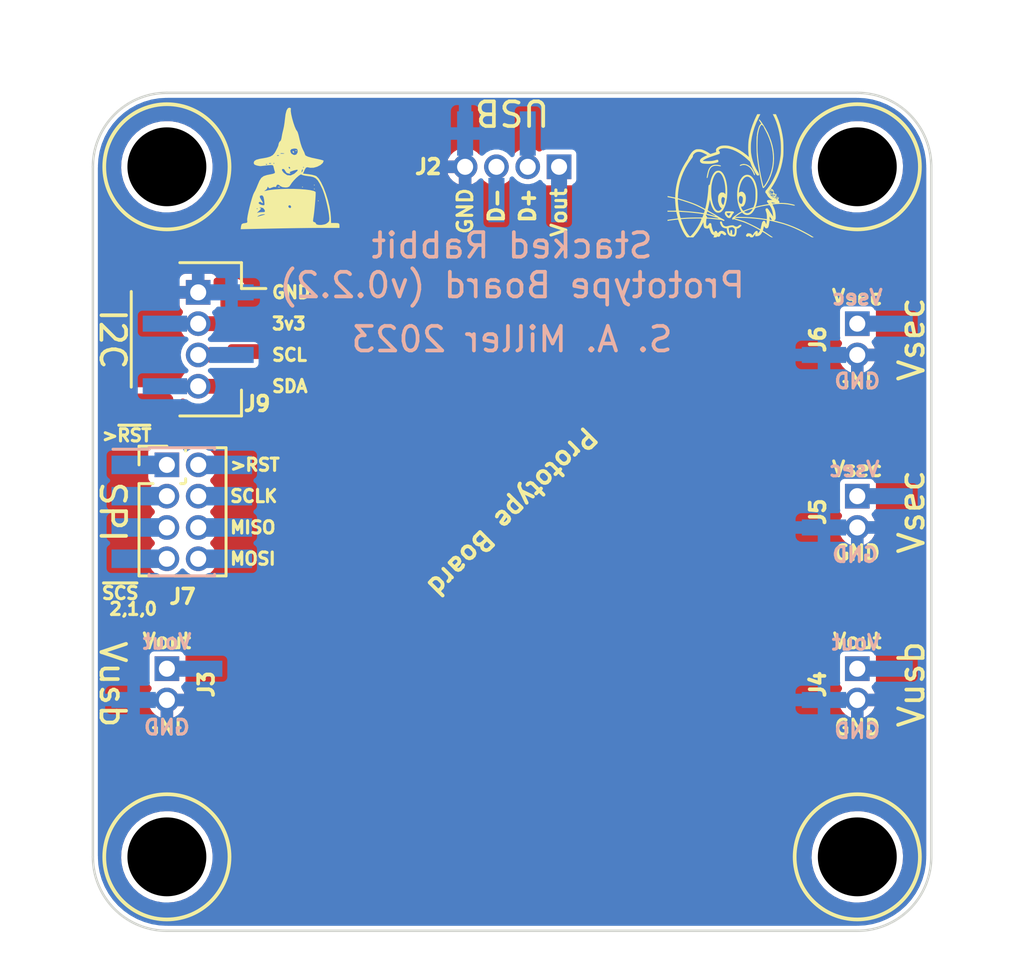
<source format=kicad_pcb>
(kicad_pcb (version 20211014) (generator pcbnew)
  (title_block (title "Prototype Board") (rev "0.2.2") (company "The Nerd Mage"))
  (layers (0 "F.Cu" signal) (31 "B.Cu" signal) (34 "B.Paste" user) (35 "F.Paste" user) (36 "B.SilkS" user "B.Silkscreen") (37 "F.SilkS" user "F.Silkscreen") (38 "B.Mask" user) (39 "F.Mask" user) (44 "Edge.Cuts" user))
  (net 0 "")
  (net 1 "UD+")
  (net 2 "UD-")
  (net 3 "GND")
  (net 4 "Vout")
  (net 9 "SDA")
  (net 10 "SCL")
  (net 11 "RESET")
  (net 12 "~{RESET}")
  (net 13 "~{SCS}2")
  (net 14 "SCLK")
  (net 15 "~{SCS}1")
  (net 16 "MISO")
  (net 17 "Vcc?")
  (net 18 "~{SCS}0")
  (net 19 "MOSI")
  (footprint "Tinker:Mount" (layer "F.Cu") (at 114 114)
    (fp_text reference "REF**" hide)
    (fp_text value "Mount" hide)
    (pad "" np_thru_hole circle (at 0 0) (size 3.2 3.2) (drill 3.2) (layers *.Mask))
  )
  (footprint "Tinker:QWIIC_Stack_II" (layer "F.Cu") (at 87.27 93 -90)
    (fp_text reference "J9" (at 2.61321 -2.390416 180) (layer "F.SilkS") (effects (font (size 0.6 0.6))))
    (fp_text value "QWIIC_Stackable")
    (pad "1" smd rect (at -1.905 -1.35) (size 1.8 0.65) (layers "B.Cu" "B.Paste" "B.Mask") (net 3 "GND"))
    (pad "1" smd roundrect (at -1.5 -1.97 270) (size 0.6 1.55) (layers "F.Cu" "F.Paste" "F.Mask") (net 3 "GND"))
    (pad "1" thru_hole rect (at -1.905 0) (size 1 1) (drill 0.65) (layers *.Cu *.Mask) (net 3 "GND"))
    (pad "1" smd roundrect (at -1.905 -0.877656 270) (size 0.6 1.55) (layers "F.Cu" "F.Paste" "F.Mask") (net 3 "GND"))
    (pad "2" smd roundrect (at -0.5 -1.97 270) (size 0.6 1.55) (layers "F.Cu" "F.Paste" "F.Mask") (net 17 "Vcc?"))
    (pad "2" smd rect (at -0.635 1.35) (size 1.8 0.65) (layers "B.Cu" "B.Paste" "B.Mask") (net 17 "Vcc?"))
    (pad "2" thru_hole oval (at -0.635 0) (size 1 1) (drill 0.65) (layers *.Cu *.Mask) (net 17 "Vcc?"))
    (pad "2" smd roundrect (at -0.635 -0.877656 270) (size 0.6 1.55) (layers "F.Cu" "F.Paste" "F.Mask") (net 17 "Vcc?"))
    (pad "3" smd rect (at 0.635 -1.35) (size 1.8 0.65) (layers "B.Cu" "B.Paste" "B.Mask") (net 9 "SDA"))
    (pad "3" smd roundrect (at 0.5 -1.97 270) (size 0.6 1.55) (layers "F.Cu" "F.Paste" "F.Mask") (net 9 "SDA"))
    (pad "3" thru_hole oval (at 0.635 0) (size 1 1) (drill 0.65) (layers *.Cu *.Mask) (net 9 "SDA"))
    (pad "3" smd roundrect (at 0.635 -0.877656 270) (size 0.6 1.55) (layers "F.Cu" "F.Paste" "F.Mask") (net 9 "SDA"))
    (pad "4" smd rect (at 1.905 1.35) (size 1.8 0.65) (layers "B.Cu" "B.Paste" "B.Mask") (net 10 "SCL"))
    (pad "4" thru_hole oval (at 1.905 0) (size 1 1) (drill 0.65) (layers *.Cu *.Mask) (net 10 "SCL"))
    (pad "4" smd roundrect (at 1.5 -1.97 270) (size 0.6 1.55) (layers "F.Cu" "F.Paste" "F.Mask") (net 10 "SCL"))
    (pad "4" smd roundrect (at 1.905 -0.877656 270) (size 0.6 1.55) (layers "F.Cu" "F.Paste" "F.Mask") (net 10 "SCL"))
    (pad "MP" smd roundrect (at -2.8 1.905 270) (size 1.2 1.8) (layers "F.Cu" "F.Paste" "F.Mask") (roundrect_rratio 0.208333) (net 3 "GND"))
    (pad "MP" smd roundrect (at 2.8 1.905 270) (size 1.2 1.8) (layers "F.Cu" "F.Paste" "F.Mask") (roundrect_rratio 0.208333) (net 3 "GND"))
  )
  (footprint "Tinker:PinHeader_2x04_P1.27mm_Vertical" (layer "F.Cu") (at 86 98.095)
    (fp_text reference "J7" (at 0.635 5.345 180) (layer "F.SilkS") (effects (font (size 0.6 0.6))))
    (fp_text value "Conn_01x08_Male" hide)
    (pad "1" smd rect (at -1.195 0) (size 2.1 0.75) (layers "B.Cu" "B.Paste" "B.Mask") (net 12 "~{RESET}"))
    (pad "1" thru_hole rect (at 0 0) (size 1 1) (drill 0.65) (layers *.Cu *.Mask) (net 12 "~{RESET}"))
    (pad "2" smd rect (at 2.405 0) (size 2.1 0.75) (layers "B.Cu" "B.Paste" "B.Mask") (net 11 "RESET"))
    (pad "2" thru_hole oval (at 1.27 0) (size 1 1) (drill 0.65) (layers *.Cu *.Mask) (net 11 "RESET"))
    (pad "3" smd rect (at -1.195 1.27) (size 2.1 0.75) (layers "B.Cu" "B.Paste" "B.Mask") (net 13 "~{SCS}2"))
    (pad "3" thru_hole oval (at 0 1.27) (size 1 1) (drill 0.65) (layers *.Cu *.Mask) (net 13 "~{SCS}2"))
    (pad "4" thru_hole oval (at 1.27 1.27) (size 1 1) (drill 0.65) (layers *.Cu *.Mask) (net 14 "SCLK"))
    (pad "4" smd rect (at 2.405 1.27) (size 2.1 0.75) (layers "B.Cu" "B.Paste" "B.Mask") (net 14 "SCLK"))
    (pad "5" thru_hole oval (at 0 2.54) (size 1 1) (drill 0.65) (layers *.Cu *.Mask) (net 15 "~{SCS}1"))
    (pad "5" smd rect (at -1.195 2.54) (size 2.1 0.75) (layers "B.Cu" "B.Paste" "B.Mask") (net 15 "~{SCS}1"))
    (pad "6" smd rect (at 2.405 2.54) (size 2.1 0.75) (layers "B.Cu" "B.Paste" "B.Mask") (net 16 "MISO"))
    (pad "6" thru_hole oval (at 1.27 2.54) (size 1 1) (drill 0.65) (layers *.Cu *.Mask) (net 16 "MISO"))
    (pad "7" smd rect (at -1.195 3.81) (size 2.1 0.75) (layers "B.Cu" "B.Paste" "B.Mask") (net 18 "~{SCS}0"))
    (pad "7" thru_hole oval (at 0 3.81) (size 1 1) (drill 0.65) (layers *.Cu *.Mask) (net 18 "~{SCS}0"))
    (pad "8" thru_hole oval (at 1.27 3.81) (size 1 1) (drill 0.65) (layers *.Cu *.Mask) (net 19 "MOSI"))
    (pad "8" smd rect (at 2.405 3.81) (size 2.1 0.75) (layers "B.Cu" "B.Paste" "B.Mask") (net 19 "MOSI"))
  )
  (footprint "Tinker:Mount" (layer "F.Cu") (at 86 114)
    (fp_text reference "REF**" hide)
    (fp_text value "Mount" hide)
    (pad "" np_thru_hole circle (at 0 0) (size 3.2 3.2) (drill 3.2) (layers *.Mask))
  )
  (footprint "Tinker:DagNabbit" (layer "F.Cu") (at 109 87)
    (fp_text reference "REF**" hide)
    (fp_text value "DagNabbit" hide)
  )
  (footprint "Tinker:Board_Stacker_2" (layer "F.Cu") (at 114 106.365)
    (fp_text reference "J4" (at -1.6 0.635 90) (layer "F.SilkS") (effects (font (size 0.6 0.6))))
    (fp_text value "Conn_01x02_Male")
    (pad "1" thru_hole rect (at 0 0) (size 1 1) (drill 0.65) (layers *.Cu *.Mask))
    (pad "1" smd rect (at 1.35 0) (size 1.8 0.65) (layers "B.Cu" "B.Paste" "B.Mask"))
    (pad "2" thru_hole oval (at 0 1.27) (size 1 1) (drill 0.65) (layers *.Cu *.Mask) (net 3 "GND"))
    (pad "2" smd rect (at -1.35 1.27) (size 1.8 0.65) (layers "B.Cu" "B.Paste" "B.Mask") (net 3 "GND"))
  )
  (footprint "Tinker:Mount" (layer "F.Cu") (at 114 86)
    (fp_text reference "REF**" hide)
    (fp_text value "Mount" hide)
    (pad "" np_thru_hole circle (at 0 0) (size 3.2 3.2) (drill 3.2) (layers *.Mask))
  )
  (footprint "Tinker:Board_Stacker_4" (layer "F.Cu") (at 101.905 86 -90)
    (fp_text reference "J2" (at 0 5.305) (layer "F.SilkS") (effects (font (size 0.6 0.6))))
    (fp_text value "Conn_01x04_Male")
    (pad "1" smd rect (at 1.35 0 270) (size 1.8 0.65) (layers "B.Cu" "B.Paste" "B.Mask") (net 4 "Vout"))
    (pad "1" thru_hole rect (at 0 0 270) (size 1 1) (drill 0.65) (layers *.Cu *.Mask) (net 4 "Vout"))
    (pad "2" thru_hole oval (at 0 1.27 270) (size 1 1) (drill 0.65) (layers *.Cu *.Mask) (net 1 "UD+"))
    (pad "2" smd rect (at -1.35 1.27 270) (size 1.8 0.65) (layers "B.Cu" "B.Paste" "B.Mask") (net 1 "UD+"))
    (pad "3" thru_hole oval (at 0 2.54 270) (size 1 1) (drill 0.65) (layers *.Cu *.Mask) (net 2 "UD-"))
    (pad "3" smd rect (at 1.35 2.54 270) (size 1.8 0.65) (layers "B.Cu" "B.Paste" "B.Mask") (net 2 "UD-"))
    (pad "4" thru_hole oval (at 0 3.81 270) (size 1 1) (drill 0.65) (layers *.Cu *.Mask) (net 3 "GND"))
    (pad "4" smd rect (at -1.35 3.81 270) (size 1.8 0.65) (layers "B.Cu" "B.Paste" "B.Mask") (net 3 "GND"))
  )
  (footprint "Tinker:Board_Stacker_2" (layer "F.Cu") (at 86 106.365)
    (fp_text reference "J3" (at 1.6 0.635 90) (layer "F.SilkS") (effects (font (size 0.6 0.6))))
    (fp_text value "Conn_01x02_Male")
    (pad "1" smd rect (at 1.35 0) (size 1.8 0.65) (layers "B.Cu" "B.Paste" "B.Mask"))
    (pad "1" thru_hole rect (at 0 0) (size 1 1) (drill 0.65) (layers *.Cu *.Mask))
    (pad "2" smd rect (at -1.35 1.27) (size 1.8 0.65) (layers "B.Cu" "B.Paste" "B.Mask") (net 3 "GND"))
    (pad "2" thru_hole oval (at 0 1.27) (size 1 1) (drill 0.65) (layers *.Cu *.Mask) (net 3 "GND"))
  )
  (footprint "Tinker:Board_Stacker_2" (layer "F.Cu") (at 114 92.365)
    (fp_text reference "J6" (at -1.6 0.635 90) (layer "F.SilkS") (effects (font (size 0.6 0.6))))
    (fp_text value "Conn_01x02_Male")
    (pad "1" thru_hole rect (at 0 0) (size 1 1) (drill 0.65) (layers *.Cu *.Mask))
    (pad "1" smd rect (at 1.35 0) (size 1.8 0.65) (layers "B.Cu" "B.Paste" "B.Mask"))
    (pad "2" smd rect (at -1.35 1.27) (size 1.8 0.65) (layers "B.Cu" "B.Paste" "B.Mask") (net 3 "GND"))
    (pad "2" thru_hole oval (at 0 1.27) (size 1 1) (drill 0.65) (layers *.Cu *.Mask) (net 3 "GND"))
  )
  (footprint "Tinker:Board_Stacker_2" (layer "F.Cu") (at 114 99.365)
    (fp_text reference "J5" (at -1.6 0.635 90) (layer "F.SilkS") (effects (font (size 0.6 0.6))))
    (fp_text value "Conn_01x02_Male")
    (pad "1" smd rect (at 1.35 0) (size 1.8 0.65) (layers "B.Cu" "B.Paste" "B.Mask"))
    (pad "1" thru_hole rect (at 0 0) (size 1 1) (drill 0.65) (layers *.Cu *.Mask))
    (pad "2" thru_hole oval (at 0 1.27) (size 1 1) (drill 0.65) (layers *.Cu *.Mask) (net 3 "GND"))
    (pad "2" smd rect (at -1.35 1.27) (size 1.8 0.65) (layers "B.Cu" "B.Paste" "B.Mask") (net 3 "GND"))
  )
  (footprint "Tinker:Mount" (layer "F.Cu") (at 86 86)
    (fp_text reference "REF**" hide)
    (fp_text value "Mount" hide)
    (pad "" np_thru_hole circle (at 0 0) (size 3.2 3.2) (drill 3.2) (layers *.Mask))
  )
  (footprint "Tinker:NerdMage" (layer "F.Cu") (at 91 86)
    (fp_text reference "G***" hide)
    (fp_text value "LOGO" hide)
  )
  (gr_line (start 117 86) (end 117 114) (layer "Edge.Cuts") (width 0.1))
  (gr_arc (start 86 117) (mid 83.87868 116.12132) (end 83 114) (layer "Edge.Cuts") (width 0.1))
  (gr_arc (start 83 86) (mid 83.87868 83.87868) (end 86 83) (layer "Edge.Cuts") (width 0.1))
  (gr_line (start 86 83) (end 114 83) (layer "Edge.Cuts") (width 0.1))
  (gr_line (start 83 114) (end 83 86) (layer "Edge.Cuts") (width 0.1))
  (gr_arc (start 114 83) (mid 116.12132 83.87868) (end 117 86) (layer "Edge.Cuts") (width 0.1))
  (gr_line (start 86 117) (end 114 117) (layer "Edge.Cuts") (width 0.1))
  (gr_arc (start 117 114) (mid 116.12132 116.12132) (end 114 117) (layer "Edge.Cuts") (width 0.1))
  (gr_text "Stacked Rabbit\n${TITLE} (v${REVISION})" (at 100 90) (layer "B.SilkS") (effects (font (size 1 1)) (justify mirror)))
  (gr_text "GND" (at 113.911636 101.744492) (layer "B.SilkS") (effects (font (size 0.6 0.6) (thickness 0.125)) (justify mirror)))
  (gr_text "GND" (at 85.995908 108.747728) (layer "B.SilkS") (effects (font (size 0.6 0.6) (thickness 0.125)) (justify mirror)))
  (gr_text "Vout" (at 113.950572 105.303488) (layer "B.SilkS") (effects (font (size 0.6 0.6) (thickness 0.125)) (justify mirror)))
  (gr_text "GND" (at 114 94.7) (layer "B.SilkS") (effects (font (size 0.6 0.6) (thickness 0.125)) (justify mirror)))
  (gr_text "Vsec" (at 113.872799 98.268635) (layer "B.SilkS") (effects (font (size 0.6 0.6) (thickness 0.125)) (justify mirror)))
  (gr_text "Vsec" (at 114 91.3) (layer "B.SilkS") (effects (font (size 0.6 0.6) (thickness 0.125)) (justify mirror)))
  (gr_text "GND" (at 113.997176 108.89197) (layer "B.SilkS") (effects (font (size 0.6 0.6) (thickness 0.125)) (justify mirror)))
  (gr_text "S. A. Miller 2023" (at 100 93) (layer "B.SilkS") (effects (font (size 1 1)) (justify mirror)))
  (gr_text "Vout" (at 86.009393 105.268635) (layer "B.SilkS") (effects (font (size 0.6 0.6) (thickness 0.125)) (justify mirror)))
  (gr_text "SDA" (at 90.2 94.905) (layer "F.SilkS") (effects (font (size 0.5 0.5) (thickness 0.125)) (justify left)))
  (gr_text "Vsec" (at 116.2 100 90) (layer "F.SilkS") (effects (font (size 1 1))))
  (gr_text "2,1,0" (at 83.6 103.94) (layer "F.SilkS") (effects (font (size 0.5 0.5) (thickness 0.125)) (justify left)))
  (gr_text "3v3" (at 90.2 92.365) (layer "F.SilkS") (effects (font (size 0.5 0.5) (thickness 0.125)) (justify left)))
  (gr_text "Vout" (at 114 105.245) (layer "F.SilkS") (effects (font (size 0.6 0.6) (thickness 0.125))))
  (gr_text "~{SCS}" (at 83.3 103.3) (layer "F.SilkS") (effects (font (size 0.5 0.5) (thickness 0.125)) (justify left)))
  (gr_text "GND" (at 114 94.7) (layer "F.SilkS") (effects (font (size 0.6 0.6) (thickness 0.125))))
  (gr_text "GND" (at 90.2 91.095) (layer "F.SilkS") (effects (font (size 0.5 0.5) (thickness 0.125)) (justify left)))
  (gr_text "D-" (at 99.365 86.8 90) (layer "F.SilkS") (effects (font (size 0.6 0.6)) (justify right)))
  (gr_text ">~{RST}" (at 83.3 96.9) (layer "F.SilkS") (effects (font (size 0.5 0.5) (thickness 0.125)) (justify left)))
  (gr_text "D+" (at 100.635 86.8 90) (layer "F.SilkS") (effects (font (size 0.6 0.6)) (justify right)))
  (gr_text "GND" (at 114 101.665) (layer "F.SilkS") (effects (font (size 0.6 0.6) (thickness 0.125))))
  (gr_text "Vsec" (at 116.2 93 90) (layer "F.SilkS") (effects (font (size 1 1))))
  (gr_text "USB" (at 100 83.8 180) (layer "F.SilkS") (effects (font (size 1 1))))
  (gr_text "SCLK" (at 88.5 99.365) (layer "F.SilkS") (effects (font (size 0.5 0.5) (thickness 0.125)) (justify left)))
  (gr_text ">RST" (at 88.5 98.095) (layer "F.SilkS") (effects (font (size 0.5 0.5) (thickness 0.125)) (justify left)))
  (gr_text "SPI" (at 83.8 100 -90) (layer "F.SilkS") (effects (font (size 1 1))))
  (gr_text "Vusb" (at 116.2 107 90) (layer "F.SilkS") (effects (font (size 1 1))))
  (gr_text "GND" (at 98.095 86.8 90) (layer "F.SilkS") (effects (font (size 0.6 0.6) (thickness 0.125)) (justify right)))
  (gr_text "SCL" (at 90.2 93.635) (layer "F.SilkS") (effects (font (size 0.5 0.5) (thickness 0.125)) (justify left)))
  (gr_text "GND" (at 114 108.745) (layer "F.SilkS") (effects (font (size 0.6 0.6) (thickness 0.125))))
  (gr_text "I2C" (at 83.8 93 -90) (layer "F.SilkS") (effects (font (size 1 1))))
  (gr_text "MISO" (at 88.5 100.635) (layer "F.SilkS") (effects (font (size 0.5 0.5) (thickness 0.125)) (justify left)))
  (gr_text "MOSI" (at 88.5 101.905) (layer "F.SilkS") (effects (font (size 0.5 0.5) (thickness 0.125)) (justify left)))
  (gr_text "GND" (at 86 108.745) (layer "F.SilkS") (effects (font (size 0.6 0.6) (thickness 0.125))))
  (gr_text "${TITLE}" (at 100 100 225) (layer "F.SilkS") (effects (font (size 0.75 0.75))))
  (gr_text "Vout" (at 101.905 86.8 90) (layer "F.SilkS") (effects (font (size 0.6 0.6) (thickness 0.125)) (justify right)))
  (gr_text "Vusb" (at 83.8 107 -90) (layer "F.SilkS") (effects (font (size 1 1))))
  (gr_text "Vsec" (at 114 98.265) (layer "F.SilkS") (effects (font (size 0.6 0.6) (thickness 0.125))))
  (gr_text "Vout" (at 86 105.245) (layer "F.SilkS") (effects (font (size 0.6 0.6) (thickness 0.125))))
  (gr_text "Vsec" (at 114 91.3) (layer "F.SilkS") (effects (font (size 0.6 0.6) (thickness 0.125))))
  (zone (net 3) (net_name "GND") (layer "F.Cu") (connect_pads (clearance 0.254)) (min_thickness 0.254) (fill yes (thermal_gap 0.254) (thermal_bridge_width 0.508))
    (polygon (pts (xy 118.582229 117.809465) (xy 81.651499 117.809467) (xy 81.651498 82.584881) (xy 118.582228 82.584879)))
  )
  (zone (net 3) (net_name "GND") (layer "B.Cu") (connect_pads (clearance 0.2)) (min_thickness 0.2) (fill yes (thermal_gap 0.254) (thermal_bridge_width 0.508))
    (polygon (pts (xy 119.380001 118.507005) (xy 80.682697 118.507005) (xy 80.682697 82.09421) (xy 119.380001 82.09421)))
  )
)
</source>
